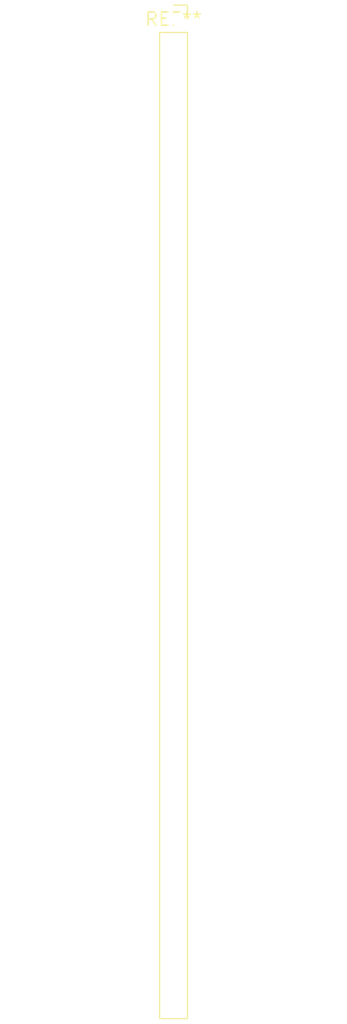
<source format=kicad_pcb>
(kicad_pcb (version 20240108) (generator pcbnew)
  (layers (0 "F.Cu" signal) (31 "B.Cu" signal) (34 "B.Paste" user) (35 "F.Paste" user) (36 "B.SilkS" user "B.Silkscreen") (37 "F.SilkS" user "F.Silkscreen") (38 "B.Mask" user) (39 "F.Mask" user) (44 "Edge.Cuts" user))
  (net 0 "")
  (footprint "PinSocket_1x38_P2.54mm_Vertical" (layer "F.Cu") (at 0 0)
    (property "Reference" "REF**")
    (property "Value" "PinSocket_1x38_P2.54mm_Vertical")
    (fp_line (start -1.33 1.27) (end -1.33 95.31) (layer "F.SilkS") (stroke (width 0.12)))
    (fp_line (start -1.33 1.27) (end 1.33 1.27) (layer "F.SilkS") (stroke (width 0.12)))
    (fp_line (start -1.33 95.31) (end 1.33 95.31) (layer "F.SilkS") (stroke (width 0.12)))
    (fp_line (start 0 -1.33) (end 1.33 -1.33) (layer "F.SilkS") (stroke (width 0.12)))
    (fp_line (start 1.33 -1.33) (end 1.33 0) (layer "F.SilkS") (stroke (width 0.12)))
    (fp_line (start 1.33 1.27) (end 1.33 95.31) (layer "F.SilkS") (stroke (width 0.12)))
    (pad "1" thru_hole rect (at 0 0) (size 1.7 1.7) (drill 1) (layers *.Cu *.Mask) (remove_unused_layers))
    (pad "2" thru_hole oval (at 0 2.54) (size 1.7 1.7) (drill 1) (layers *.Cu *.Mask) (remove_unused_layers))
    (pad "3" thru_hole oval (at 0 5.08) (size 1.7 1.7) (drill 1) (layers *.Cu *.Mask) (remove_unused_layers))
    (pad "4" thru_hole oval (at 0 7.62) (size 1.7 1.7) (drill 1) (layers *.Cu *.Mask) (remove_unused_layers))
    (pad "5" thru_hole oval (at 0 10.16) (size 1.7 1.7) (drill 1) (layers *.Cu *.Mask) (remove_unused_layers))
    (pad "6" thru_hole oval (at 0 12.7) (size 1.7 1.7) (drill 1) (layers *.Cu *.Mask) (remove_unused_layers))
    (pad "7" thru_hole oval (at 0 15.24) (size 1.7 1.7) (drill 1) (layers *.Cu *.Mask) (remove_unused_layers))
    (pad "8" thru_hole oval (at 0 17.78) (size 1.7 1.7) (drill 1) (layers *.Cu *.Mask) (remove_unused_layers))
    (pad "9" thru_hole oval (at 0 20.32) (size 1.7 1.7) (drill 1) (layers *.Cu *.Mask) (remove_unused_layers))
    (pad "10" thru_hole oval (at 0 22.86) (size 1.7 1.7) (drill 1) (layers *.Cu *.Mask) (remove_unused_layers))
    (pad "11" thru_hole oval (at 0 25.4) (size 1.7 1.7) (drill 1) (layers *.Cu *.Mask) (remove_unused_layers))
    (pad "12" thru_hole oval (at 0 27.94) (size 1.7 1.7) (drill 1) (layers *.Cu *.Mask) (remove_unused_layers))
    (pad "13" thru_hole oval (at 0 30.48) (size 1.7 1.7) (drill 1) (layers *.Cu *.Mask) (remove_unused_layers))
    (pad "14" thru_hole oval (at 0 33.02) (size 1.7 1.7) (drill 1) (layers *.Cu *.Mask) (remove_unused_layers))
    (pad "15" thru_hole oval (at 0 35.56) (size 1.7 1.7) (drill 1) (layers *.Cu *.Mask) (remove_unused_layers))
    (pad "16" thru_hole oval (at 0 38.1) (size 1.7 1.7) (drill 1) (layers *.Cu *.Mask) (remove_unused_layers))
    (pad "17" thru_hole oval (at 0 40.64) (size 1.7 1.7) (drill 1) (layers *.Cu *.Mask) (remove_unused_layers))
    (pad "18" thru_hole oval (at 0 43.18) (size 1.7 1.7) (drill 1) (layers *.Cu *.Mask) (remove_unused_layers))
    (pad "19" thru_hole oval (at 0 45.72) (size 1.7 1.7) (drill 1) (layers *.Cu *.Mask) (remove_unused_layers))
    (pad "20" thru_hole oval (at 0 48.26) (size 1.7 1.7) (drill 1) (layers *.Cu *.Mask) (remove_unused_layers))
    (pad "21" thru_hole oval (at 0 50.8) (size 1.7 1.7) (drill 1) (layers *.Cu *.Mask) (remove_unused_layers))
    (pad "22" thru_hole oval (at 0 53.34) (size 1.7 1.7) (drill 1) (layers *.Cu *.Mask) (remove_unused_layers))
    (pad "23" thru_hole oval (at 0 55.88) (size 1.7 1.7) (drill 1) (layers *.Cu *.Mask) (remove_unused_layers))
    (pad "24" thru_hole oval (at 0 58.42) (size 1.7 1.7) (drill 1) (layers *.Cu *.Mask) (remove_unused_layers))
    (pad "25" thru_hole oval (at 0 60.96) (size 1.7 1.7) (drill 1) (layers *.Cu *.Mask) (remove_unused_layers))
    (pad "26" thru_hole oval (at 0 63.5) (size 1.7 1.7) (drill 1) (layers *.Cu *.Mask) (remove_unused_layers))
    (pad "27" thru_hole oval (at 0 66.04) (size 1.7 1.7) (drill 1) (layers *.Cu *.Mask) (remove_unused_layers))
    (pad "28" thru_hole oval (at 0 68.58) (size 1.7 1.7) (drill 1) (layers *.Cu *.Mask) (remove_unused_layers))
    (pad "29" thru_hole oval (at 0 71.12) (size 1.7 1.7) (drill 1) (layers *.Cu *.Mask) (remove_unused_layers))
    (pad "30" thru_hole oval (at 0 73.66) (size 1.7 1.7) (drill 1) (layers *.Cu *.Mask) (remove_unused_layers))
    (pad "31" thru_hole oval (at 0 76.2) (size 1.7 1.7) (drill 1) (layers *.Cu *.Mask) (remove_unused_layers))
    (pad "32" thru_hole oval (at 0 78.74) (size 1.7 1.7) (drill 1) (layers *.Cu *.Mask) (remove_unused_layers))
    (pad "33" thru_hole oval (at 0 81.28) (size 1.7 1.7) (drill 1) (layers *.Cu *.Mask) (remove_unused_layers))
    (pad "34" thru_hole oval (at 0 83.82) (size 1.7 1.7) (drill 1) (layers *.Cu *.Mask) (remove_unused_layers))
    (pad "35" thru_hole oval (at 0 86.36) (size 1.7 1.7) (drill 1) (layers *.Cu *.Mask) (remove_unused_layers))
    (pad "36" thru_hole oval (at 0 88.9) (size 1.7 1.7) (drill 1) (layers *.Cu *.Mask) (remove_unused_layers))
    (pad "37" thru_hole oval (at 0 91.44) (size 1.7 1.7) (drill 1) (layers *.Cu *.Mask) (remove_unused_layers))
    (pad "38" thru_hole oval (at 0 93.98) (size 1.7 1.7) (drill 1) (layers *.Cu *.Mask) (remove_unused_layers))
  )
)
</source>
